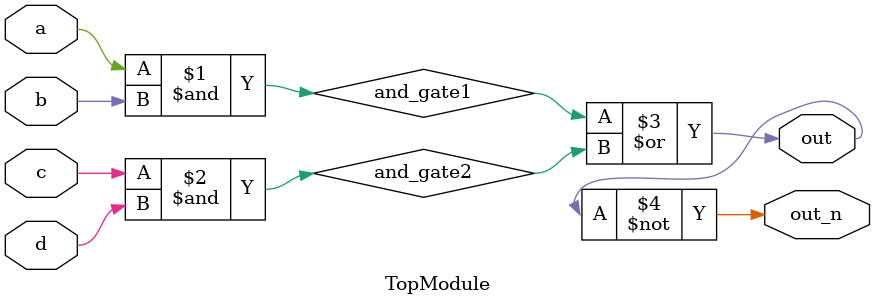
<source format=sv>

module TopModule (
  input a,
  input b,
  input c,
  input d,
  output out,
  output out_n
);
wire and_gate1, and_gate2;

assign and_gate1 = a & b;
assign and_gate2 = c & d;
assign out = and_gate1 | and_gate2;
assign out_n = ~out;

endmodule

</source>
